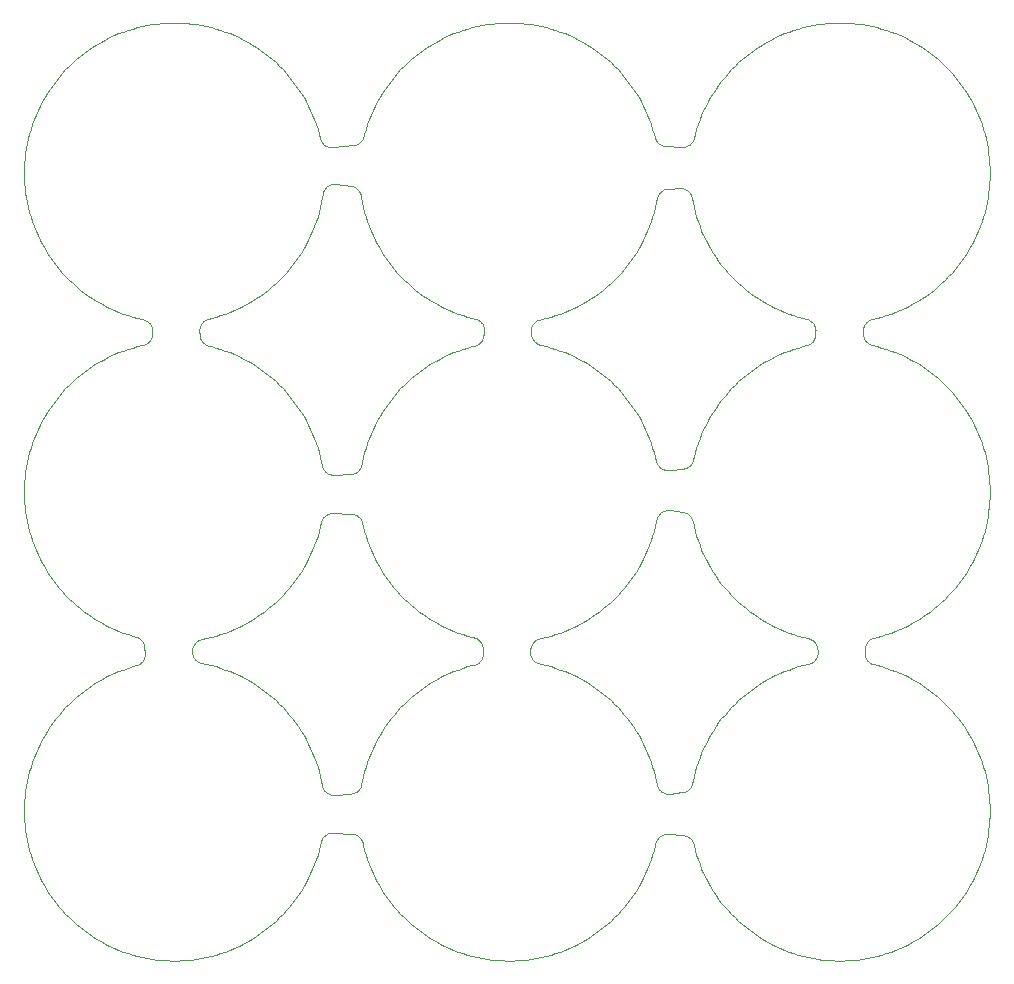
<source format=gko>
%MOIN*%
%OFA0B0*%
%FSLAX44Y44*%
%IPPOS*%
%LPD*%
%ADD10C,0*%
D10*
X00015052Y00029495D02*
X00015052Y00029495D01*
X00015081Y00029487D01*
X00015111Y00029476D01*
X00015139Y00029463D01*
X00015166Y00029448D01*
X00015192Y00029431D01*
X00015216Y00029412D01*
X00015239Y00029391D01*
X00015260Y00029368D01*
X00015279Y00029344D01*
X00015296Y00029318D01*
X00015312Y00029291D01*
X00015325Y00029263D01*
X00015335Y00029234D01*
X00015344Y00029204D01*
X00015350Y00029174D01*
X00015354Y00029143D01*
X00015355Y00029112D01*
X00015354Y00029081D01*
X00015350Y00029050D01*
X00015344Y00029020D01*
X00015313Y00028890D01*
X00015307Y00028869D01*
X00015300Y00028848D01*
X00015292Y00028828D01*
X00015283Y00028808D01*
X00015273Y00028789D01*
X00015262Y00028770D01*
X00015250Y00028752D01*
X00015237Y00028735D01*
X00015223Y00028718D01*
X00015208Y00028703D01*
X00015192Y00028688D01*
X00015175Y00028674D01*
X00015158Y00028661D01*
X00015140Y00028649D01*
X00015121Y00028638D01*
X00015102Y00028628D01*
X00015082Y00028619D01*
X00015062Y00028611D01*
X00015041Y00028604D01*
X00015020Y00028598D01*
X00014953Y00028583D01*
X00014793Y00028539D01*
X00014635Y00028491D01*
X00014479Y00028437D01*
X00014324Y00028378D01*
X00014172Y00028314D01*
X00014021Y00028245D01*
X00013873Y00028172D01*
X00013728Y00028093D01*
X00013585Y00028009D01*
X00013445Y00027921D01*
X00013308Y00027829D01*
X00013175Y00027731D01*
X00013044Y00027630D01*
X00012917Y00027524D01*
X00012794Y00027414D01*
X00012674Y00027300D01*
X00012558Y00027182D01*
X00012446Y00027061D01*
X00012338Y00026935D01*
X00012234Y00026807D01*
X00012135Y00026674D01*
X00012040Y00026539D01*
X00011950Y00026401D01*
X00011864Y00026259D01*
X00011783Y00026115D01*
X00011706Y00025969D01*
X00011635Y00025819D01*
X00011569Y00025668D01*
X00011507Y00025514D01*
X00011451Y00025359D01*
X00011400Y00025202D01*
X00011354Y00025043D01*
X00011313Y00024883D01*
X00011278Y00024721D01*
X00011264Y00024646D01*
X00011264Y00024646D01*
X00011259Y00024620D01*
X00011251Y00024594D01*
X00011242Y00024569D01*
X00011231Y00024545D01*
X00011219Y00024522D01*
X00011205Y00024499D01*
X00011190Y00024477D01*
X00011173Y00024457D01*
X00011155Y00024438D01*
X00011135Y00024420D01*
X00011115Y00024403D01*
X00011093Y00024388D01*
X00011070Y00024374D01*
X00011047Y00024362D01*
X00011023Y00024351D01*
X00010998Y00024342D01*
X00010972Y00024335D01*
X00010946Y00024329D01*
X00010920Y00024325D01*
X00010894Y00024323D01*
X00010339Y00024300D01*
X00010310Y00024300D01*
X00010282Y00024302D01*
X00010254Y00024305D01*
X00010227Y00024311D01*
X00010200Y00024319D01*
X00010173Y00024329D01*
X00010148Y00024340D01*
X00010123Y00024354D01*
X00010099Y00024369D01*
X00010076Y00024386D01*
X00010055Y00024404D01*
X00010035Y00024424D01*
X00010017Y00024445D01*
X00010000Y00024467D01*
X00009984Y00024491D01*
X00009971Y00024516D01*
X00009959Y00024541D01*
X00009949Y00024568D01*
X00009941Y00024595D01*
X00009935Y00024622D01*
X00009935Y00024622D01*
X00009917Y00024721D01*
X00009881Y00024883D01*
X00009841Y00025043D01*
X00009795Y00025202D01*
X00009744Y00025359D01*
X00009687Y00025514D01*
X00009626Y00025668D01*
X00009560Y00025819D01*
X00009488Y00025969D01*
X00009412Y00026115D01*
X00009331Y00026259D01*
X00009245Y00026401D01*
X00009155Y00026539D01*
X00009060Y00026674D01*
X00008960Y00026807D01*
X00008857Y00026935D01*
X00008749Y00027061D01*
X00008637Y00027182D01*
X00008521Y00027300D01*
X00008401Y00027414D01*
X00008278Y00027524D01*
X00008151Y00027630D01*
X00008020Y00027731D01*
X00007886Y00027829D01*
X00007749Y00027921D01*
X00007610Y00028009D01*
X00007467Y00028093D01*
X00007321Y00028172D01*
X00007173Y00028245D01*
X00007023Y00028314D01*
X00006871Y00028378D01*
X00006716Y00028437D01*
X00006560Y00028491D01*
X00006402Y00028539D01*
X00006242Y00028583D01*
X00006169Y00028600D01*
X00006169Y00028600D01*
X00006145Y00028606D01*
X00006121Y00028614D01*
X00006097Y00028624D01*
X00006075Y00028635D01*
X00006053Y00028648D01*
X00006032Y00028662D01*
X00006011Y00028677D01*
X00005992Y00028694D01*
X00005974Y00028711D01*
X00005957Y00028730D01*
X00005942Y00028750D01*
X00005928Y00028771D01*
X00005915Y00028793D01*
X00005903Y00028815D01*
X00005893Y00028838D01*
X00005885Y00028862D01*
X00005878Y00028887D01*
X00005872Y00028911D01*
X00005868Y00028936D01*
X00005866Y00028961D01*
X00005859Y00029095D01*
X00005858Y00029122D01*
X00005860Y00029150D01*
X00005863Y00029177D01*
X00005868Y00029204D01*
X00005875Y00029230D01*
X00005884Y00029256D01*
X00005895Y00029282D01*
X00005907Y00029306D01*
X00005921Y00029330D01*
X00005937Y00029352D01*
X00005954Y00029374D01*
X00005973Y00029394D01*
X00005993Y00029412D01*
X00006014Y00029430D01*
X00006036Y00029446D01*
X00006060Y00029460D01*
X00006084Y00029472D01*
X00006109Y00029483D01*
X00006135Y00029492D01*
X00006162Y00029500D01*
X00006162Y00029500D01*
X00006242Y00029518D01*
X00006402Y00029562D01*
X00006560Y00029610D01*
X00006716Y00029664D01*
X00006871Y00029723D01*
X00007023Y00029787D01*
X00007173Y00029855D01*
X00007321Y00029929D01*
X00007467Y00030008D01*
X00007610Y00030091D01*
X00007749Y00030180D01*
X00007886Y00030272D01*
X00008020Y00030370D01*
X00008151Y00030471D01*
X00008278Y00030577D01*
X00008401Y00030687D01*
X00008521Y00030801D01*
X00008637Y00030919D01*
X00008749Y00031040D01*
X00008857Y00031166D01*
X00008960Y00031294D01*
X00009060Y00031427D01*
X00009155Y00031562D01*
X00009245Y00031700D01*
X00009331Y00031842D01*
X00009412Y00031986D01*
X00009488Y00032132D01*
X00009560Y00032282D01*
X00009626Y00032433D01*
X00009687Y00032586D01*
X00009744Y00032742D01*
X00009795Y00032899D01*
X00009841Y00033058D01*
X00009881Y00033218D01*
X00009917Y00033380D01*
X00009946Y00033542D01*
X00009963Y00033654D01*
X00009969Y00033684D01*
X00009977Y00033713D01*
X00009987Y00033742D01*
X00009999Y00033770D01*
X00010014Y00033796D01*
X00010030Y00033822D01*
X00010049Y00033846D01*
X00010069Y00033869D01*
X00010091Y00033890D01*
X00010114Y00033909D01*
X00010139Y00033927D01*
X00010165Y00033942D01*
X00010192Y00033955D01*
X00010220Y00033967D01*
X00010249Y00033976D01*
X00010279Y00033983D01*
X00010309Y00033987D01*
X00010339Y00033989D01*
X00010370Y00033989D01*
X00010400Y00033987D01*
X00010898Y00033926D01*
X00010924Y00033923D01*
X00010949Y00033917D01*
X00010973Y00033910D01*
X00010997Y00033901D01*
X00011021Y00033891D01*
X00011044Y00033879D01*
X00011066Y00033866D01*
X00011087Y00033851D01*
X00011107Y00033835D01*
X00011126Y00033818D01*
X00011143Y00033799D01*
X00011160Y00033780D01*
X00011175Y00033759D01*
X00011189Y00033738D01*
X00011201Y00033715D01*
X00011212Y00033692D01*
X00011222Y00033668D01*
X00011230Y00033644D01*
X00011236Y00033619D01*
X00011240Y00033594D01*
X00011248Y00033542D01*
X00011278Y00033380D01*
X00011313Y00033218D01*
X00011354Y00033058D01*
X00011400Y00032899D01*
X00011451Y00032742D01*
X00011507Y00032586D01*
X00011569Y00032433D01*
X00011635Y00032282D01*
X00011706Y00032132D01*
X00011783Y00031986D01*
X00011864Y00031842D01*
X00011950Y00031700D01*
X00012040Y00031562D01*
X00012135Y00031427D01*
X00012234Y00031294D01*
X00012338Y00031166D01*
X00012446Y00031040D01*
X00012558Y00030919D01*
X00012674Y00030801D01*
X00012794Y00030687D01*
X00012917Y00030577D01*
X00013044Y00030471D01*
X00013175Y00030370D01*
X00013308Y00030272D01*
X00013445Y00030180D01*
X00013585Y00030091D01*
X00013728Y00030008D01*
X00013873Y00029929D01*
X00014021Y00029855D01*
X00014172Y00029787D01*
X00014324Y00029723D01*
X00014479Y00029664D01*
X00014635Y00029610D01*
X00014793Y00029562D01*
X00014953Y00029518D01*
X00015052Y00029495D01*
X00026091Y00029491D02*
X00026091Y00029491D01*
X00026117Y00029484D01*
X00026143Y00029475D01*
X00026169Y00029464D01*
X00026193Y00029452D01*
X00026217Y00029437D01*
X00026239Y00029421D01*
X00026260Y00029404D01*
X00026280Y00029385D01*
X00026299Y00029365D01*
X00026316Y00029343D01*
X00026332Y00029320D01*
X00026346Y00029297D01*
X00026358Y00029272D01*
X00026369Y00029247D01*
X00026378Y00029221D01*
X00026385Y00029194D01*
X00026390Y00029167D01*
X00026393Y00029139D01*
X00026394Y00029112D01*
X00026393Y00029084D01*
X00026386Y00028967D01*
X00026384Y00028942D01*
X00026380Y00028917D01*
X00026374Y00028893D01*
X00026367Y00028868D01*
X00026359Y00028845D01*
X00026349Y00028822D01*
X00026337Y00028799D01*
X00026324Y00028778D01*
X00026310Y00028757D01*
X00026294Y00028737D01*
X00026277Y00028719D01*
X00026259Y00028701D01*
X00026240Y00028685D01*
X00026220Y00028669D01*
X00026199Y00028656D01*
X00026177Y00028643D01*
X00026155Y00028632D01*
X00026132Y00028622D01*
X00026108Y00028614D01*
X00026083Y00028608D01*
X00025976Y00028583D01*
X00025817Y00028539D01*
X00025659Y00028491D01*
X00025502Y00028437D01*
X00025348Y00028378D01*
X00025195Y00028314D01*
X00025045Y00028245D01*
X00024897Y00028172D01*
X00024752Y00028093D01*
X00024609Y00028009D01*
X00024469Y00027921D01*
X00024332Y00027829D01*
X00024198Y00027731D01*
X00024068Y00027630D01*
X00023941Y00027524D01*
X00023817Y00027414D01*
X00023697Y00027300D01*
X00023582Y00027182D01*
X00023470Y00027061D01*
X00023362Y00026935D01*
X00023258Y00026807D01*
X00023159Y00026674D01*
X00023064Y00026539D01*
X00022973Y00026401D01*
X00022887Y00026259D01*
X00022806Y00026115D01*
X00022730Y00025969D01*
X00022659Y00025819D01*
X00022592Y00025668D01*
X00022531Y00025514D01*
X00022475Y00025359D01*
X00022423Y00025202D01*
X00022378Y00025043D01*
X00022337Y00024883D01*
X00022321Y00024811D01*
X00022315Y00024787D01*
X00022308Y00024764D01*
X00022299Y00024741D01*
X00022288Y00024718D01*
X00022277Y00024697D01*
X00022263Y00024676D01*
X00022249Y00024655D01*
X00022233Y00024636D01*
X00022217Y00024618D01*
X00022199Y00024601D01*
X00022180Y00024585D01*
X00022160Y00024571D01*
X00022139Y00024557D01*
X00022117Y00024545D01*
X00022095Y00024535D01*
X00022072Y00024525D01*
X00022048Y00024518D01*
X00022024Y00024511D01*
X00022000Y00024507D01*
X00021976Y00024503D01*
X00021496Y00024456D01*
X00021468Y00024454D01*
X00021439Y00024454D01*
X00021410Y00024457D01*
X00021382Y00024461D01*
X00021354Y00024468D01*
X00021327Y00024476D01*
X00021300Y00024487D01*
X00021274Y00024499D01*
X00021250Y00024513D01*
X00021226Y00024529D01*
X00021203Y00024547D01*
X00021182Y00024566D01*
X00021162Y00024587D01*
X00021144Y00024609D01*
X00021128Y00024632D01*
X00021113Y00024657D01*
X00021100Y00024682D01*
X00021089Y00024709D01*
X00021080Y00024736D01*
X00021073Y00024764D01*
X00021047Y00024883D01*
X00021006Y00025043D01*
X00020960Y00025202D01*
X00020909Y00025359D01*
X00020853Y00025514D01*
X00020791Y00025668D01*
X00020725Y00025819D01*
X00020654Y00025969D01*
X00020577Y00026115D01*
X00020496Y00026259D01*
X00020410Y00026401D01*
X00020320Y00026539D01*
X00020225Y00026674D01*
X00020126Y00026807D01*
X00020022Y00026935D01*
X00019914Y00027061D01*
X00019802Y00027182D01*
X00019686Y00027300D01*
X00019566Y00027414D01*
X00019443Y00027524D01*
X00019316Y00027630D01*
X00019185Y00027731D01*
X00019052Y00027829D01*
X00018915Y00027921D01*
X00018775Y00028009D01*
X00018632Y00028093D01*
X00018487Y00028172D01*
X00018339Y00028245D01*
X00018188Y00028314D01*
X00018036Y00028378D01*
X00017881Y00028437D01*
X00017725Y00028491D01*
X00017567Y00028539D01*
X00017407Y00028583D01*
X00017247Y00028620D01*
X00017244Y00028621D01*
X00017224Y00028626D01*
X00017205Y00028631D01*
X00017186Y00028637D01*
X00017167Y00028645D01*
X00017149Y00028653D01*
X00017131Y00028662D01*
X00017114Y00028672D01*
X00017097Y00028683D01*
X00017081Y00028695D01*
X00017065Y00028708D01*
X00017051Y00028721D01*
X00017036Y00028735D01*
X00017023Y00028750D01*
X00017010Y00028766D01*
X00016998Y00028782D01*
X00016987Y00028798D01*
X00016977Y00028816D01*
X00016968Y00028833D01*
X00016959Y00028852D01*
X00016952Y00028870D01*
X00016922Y00028951D01*
X00016912Y00028983D01*
X00016904Y00029016D01*
X00016899Y00029050D01*
X00016897Y00029084D01*
X00016899Y00029118D01*
X00016903Y00029152D01*
X00016910Y00029185D01*
X00016919Y00029218D01*
X00016932Y00029249D01*
X00016947Y00029280D01*
X00016965Y00029309D01*
X00016985Y00029336D01*
X00017008Y00029361D01*
X00017033Y00029385D01*
X00017059Y00029406D01*
X00017087Y00029425D01*
X00017117Y00029441D01*
X00017148Y00029455D01*
X00017181Y00029466D01*
X00017214Y00029474D01*
X00017247Y00029481D01*
X00017407Y00029518D01*
X00017567Y00029562D01*
X00017725Y00029610D01*
X00017881Y00029664D01*
X00018036Y00029723D01*
X00018188Y00029787D01*
X00018339Y00029855D01*
X00018487Y00029929D01*
X00018632Y00030008D01*
X00018775Y00030091D01*
X00018915Y00030180D01*
X00019052Y00030272D01*
X00019185Y00030370D01*
X00019316Y00030471D01*
X00019443Y00030577D01*
X00019566Y00030687D01*
X00019686Y00030801D01*
X00019802Y00030919D01*
X00019914Y00031040D01*
X00020022Y00031166D01*
X00020126Y00031294D01*
X00020225Y00031427D01*
X00020320Y00031562D01*
X00020410Y00031700D01*
X00020496Y00031842D01*
X00020577Y00031986D01*
X00020654Y00032132D01*
X00020725Y00032282D01*
X00020791Y00032433D01*
X00020853Y00032586D01*
X00020909Y00032742D01*
X00020960Y00032899D01*
X00021006Y00033058D01*
X00021047Y00033218D01*
X00021082Y00033380D01*
X00021107Y00033515D01*
X00021112Y00033540D01*
X00021120Y00033565D01*
X00021129Y00033590D01*
X00021139Y00033614D01*
X00021151Y00033637D01*
X00021165Y00033660D01*
X00021180Y00033681D01*
X00021197Y00033702D01*
X00021215Y00033721D01*
X00021234Y00033739D01*
X00021254Y00033756D01*
X00021275Y00033771D01*
X00021298Y00033785D01*
X00021321Y00033797D01*
X00021345Y00033808D01*
X00021370Y00033817D01*
X00021395Y00033824D01*
X00021420Y00033830D01*
X00021446Y00033834D01*
X00021473Y00033836D01*
X00021865Y00033858D01*
X00021893Y00033858D01*
X00021921Y00033857D01*
X00021949Y00033853D01*
X00021977Y00033848D01*
X00022005Y00033840D01*
X00022031Y00033830D01*
X00022057Y00033819D01*
X00022083Y00033806D01*
X00022107Y00033791D01*
X00022130Y00033774D01*
X00022151Y00033755D01*
X00022171Y00033736D01*
X00022190Y00033714D01*
X00022207Y00033692D01*
X00022223Y00033668D01*
X00022237Y00033643D01*
X00022249Y00033617D01*
X00022259Y00033591D01*
X00022267Y00033564D01*
X00022273Y00033536D01*
X00022302Y00033380D01*
X00022337Y00033218D01*
X00022378Y00033058D01*
X00022423Y00032899D01*
X00022475Y00032742D01*
X00022531Y00032586D01*
X00022592Y00032433D01*
X00022659Y00032282D01*
X00022730Y00032132D01*
X00022806Y00031986D01*
X00022887Y00031842D01*
X00022973Y00031700D01*
X00023064Y00031562D01*
X00023159Y00031427D01*
X00023258Y00031294D01*
X00023362Y00031166D01*
X00023470Y00031040D01*
X00023582Y00030919D01*
X00023697Y00030801D01*
X00023817Y00030687D01*
X00023941Y00030577D01*
X00024068Y00030471D01*
X00024198Y00030370D01*
X00024332Y00030272D01*
X00024469Y00030180D01*
X00024609Y00030091D01*
X00024752Y00030008D01*
X00024897Y00029929D01*
X00025045Y00029855D01*
X00025195Y00029787D01*
X00025348Y00029723D01*
X00025502Y00029664D01*
X00025659Y00029610D01*
X00025817Y00029562D01*
X00025976Y00029518D01*
X00026091Y00029491D01*
X00017194Y00018001D02*
X00017194Y00018001D01*
X00017165Y00018008D01*
X00017137Y00018017D01*
X00017109Y00018029D01*
X00017083Y00018042D01*
X00017057Y00018057D01*
X00017033Y00018074D01*
X00017009Y00018094D01*
X00016988Y00018114D01*
X00016968Y00018137D01*
X00016950Y00018160D01*
X00016934Y00018185D01*
X00016919Y00018212D01*
X00016907Y00018239D01*
X00016897Y00018267D01*
X00016889Y00018296D01*
X00016883Y00018325D01*
X00016880Y00018355D01*
X00016878Y00018385D01*
X00016879Y00018414D01*
X00016882Y00018444D01*
X00016893Y00018513D01*
X00016897Y00018537D01*
X00016903Y00018561D01*
X00016910Y00018584D01*
X00016918Y00018606D01*
X00016928Y00018628D01*
X00016939Y00018650D01*
X00016952Y00018670D01*
X00016965Y00018690D01*
X00016980Y00018709D01*
X00016996Y00018727D01*
X00017014Y00018744D01*
X00017032Y00018760D01*
X00017051Y00018775D01*
X00017071Y00018788D01*
X00017092Y00018801D01*
X00017113Y00018812D01*
X00017135Y00018821D01*
X00017158Y00018830D01*
X00017181Y00018837D01*
X00017205Y00018842D01*
X00017247Y00018851D01*
X00017407Y00018889D01*
X00017567Y00018932D01*
X00017725Y00018980D01*
X00017881Y00019034D01*
X00018036Y00019093D01*
X00018188Y00019157D01*
X00018339Y00019226D01*
X00018487Y00019299D01*
X00018632Y00019378D01*
X00018775Y00019462D01*
X00018915Y00019550D01*
X00019052Y00019642D01*
X00019185Y00019740D01*
X00019316Y00019841D01*
X00019443Y00019947D01*
X00019566Y00020057D01*
X00019686Y00020171D01*
X00019802Y00020289D01*
X00019914Y00020410D01*
X00020022Y00020536D01*
X00020126Y00020664D01*
X00020225Y00020797D01*
X00020320Y00020932D01*
X00020410Y00021070D01*
X00020496Y00021212D01*
X00020577Y00021356D01*
X00020654Y00021502D01*
X00020725Y00021652D01*
X00020791Y00021803D01*
X00020853Y00021957D01*
X00020909Y00022112D01*
X00020960Y00022269D01*
X00021006Y00022428D01*
X00021047Y00022588D01*
X00021082Y00022750D01*
X00021090Y00022796D01*
X00021097Y00022826D01*
X00021106Y00022854D01*
X00021117Y00022882D01*
X00021130Y00022909D01*
X00021145Y00022935D01*
X00021162Y00022960D01*
X00021180Y00022983D01*
X00021201Y00023005D01*
X00021223Y00023025D01*
X00021247Y00023044D01*
X00021272Y00023061D01*
X00021298Y00023075D01*
X00021325Y00023088D01*
X00021353Y00023099D01*
X00021382Y00023107D01*
X00021411Y00023113D01*
X00021441Y00023117D01*
X00021471Y00023119D01*
X00021501Y00023118D01*
X00021530Y00023115D01*
X00021970Y00023056D01*
X00021994Y00023052D01*
X00022017Y00023046D01*
X00022040Y00023040D01*
X00022063Y00023031D01*
X00022085Y00023022D01*
X00022106Y00023011D01*
X00022127Y00022999D01*
X00022147Y00022985D01*
X00022166Y00022971D01*
X00022184Y00022955D01*
X00022201Y00022938D01*
X00022217Y00022920D01*
X00022232Y00022901D01*
X00022246Y00022882D01*
X00022259Y00022861D01*
X00022270Y00022840D01*
X00022280Y00022818D01*
X00022289Y00022796D01*
X00022296Y00022773D01*
X00022302Y00022750D01*
X00022337Y00022588D01*
X00022378Y00022428D01*
X00022423Y00022269D01*
X00022475Y00022112D01*
X00022531Y00021957D01*
X00022592Y00021803D01*
X00022659Y00021652D01*
X00022730Y00021502D01*
X00022806Y00021356D01*
X00022887Y00021212D01*
X00022973Y00021070D01*
X00023064Y00020932D01*
X00023159Y00020797D01*
X00023258Y00020664D01*
X00023362Y00020536D01*
X00023470Y00020410D01*
X00023582Y00020289D01*
X00023697Y00020171D01*
X00023817Y00020057D01*
X00023941Y00019947D01*
X00024068Y00019841D01*
X00024198Y00019740D01*
X00024332Y00019642D01*
X00024469Y00019550D01*
X00024609Y00019462D01*
X00024752Y00019378D01*
X00024897Y00019299D01*
X00025045Y00019226D01*
X00025195Y00019157D01*
X00025348Y00019093D01*
X00025502Y00019034D01*
X00025659Y00018980D01*
X00025817Y00018932D01*
X00025976Y00018889D01*
X00026137Y00018851D01*
X00026141Y00018850D01*
X00026165Y00018844D01*
X00026188Y00018837D01*
X00026211Y00018829D01*
X00026234Y00018819D01*
X00026256Y00018807D01*
X00026277Y00018795D01*
X00026297Y00018781D01*
X00026316Y00018765D01*
X00026335Y00018749D01*
X00026352Y00018731D01*
X00026368Y00018713D01*
X00026383Y00018693D01*
X00026397Y00018673D01*
X00026409Y00018652D01*
X00026420Y00018630D01*
X00026430Y00018607D01*
X00026438Y00018584D01*
X00026445Y00018560D01*
X00026450Y00018536D01*
X00026454Y00018512D01*
X00026464Y00018427D01*
X00026467Y00018398D01*
X00026467Y00018368D01*
X00026465Y00018339D01*
X00026461Y00018310D01*
X00026455Y00018281D01*
X00026446Y00018253D01*
X00026436Y00018226D01*
X00026423Y00018199D01*
X00026409Y00018173D01*
X00026393Y00018149D01*
X00026374Y00018126D01*
X00026355Y00018104D01*
X00026333Y00018084D01*
X00026311Y00018065D01*
X00026286Y00018048D01*
X00026261Y00018033D01*
X00026235Y00018020D01*
X00026208Y00018009D01*
X00026180Y00018000D01*
X00026151Y00017993D01*
X00026137Y00017991D01*
X00025976Y00017953D01*
X00025817Y00017909D01*
X00025659Y00017861D01*
X00025502Y00017807D01*
X00025348Y00017748D01*
X00025195Y00017684D01*
X00025045Y00017616D01*
X00024897Y00017542D01*
X00024752Y00017463D01*
X00024609Y00017380D01*
X00024469Y00017291D01*
X00024332Y00017199D01*
X00024198Y00017102D01*
X00024068Y00017000D01*
X00023941Y00016894D01*
X00023817Y00016784D01*
X00023697Y00016670D01*
X00023582Y00016552D01*
X00023470Y00016431D01*
X00023362Y00016305D01*
X00023258Y00016177D01*
X00023159Y00016045D01*
X00023064Y00015909D01*
X00022973Y00015771D01*
X00022887Y00015629D01*
X00022806Y00015485D01*
X00022730Y00015339D01*
X00022659Y00015190D01*
X00022592Y00015038D01*
X00022531Y00014885D01*
X00022475Y00014729D01*
X00022423Y00014572D01*
X00022378Y00014413D01*
X00022337Y00014253D01*
X00022302Y00014091D01*
X00022291Y00014030D01*
X00022285Y00014006D01*
X00022278Y00013981D01*
X00022270Y00013958D01*
X00022260Y00013935D01*
X00022249Y00013912D01*
X00022236Y00013890D01*
X00022222Y00013870D01*
X00022206Y00013850D01*
X00022189Y00013831D01*
X00022171Y00013813D01*
X00022153Y00013797D01*
X00022133Y00013781D01*
X00022112Y00013767D01*
X00022090Y00013755D01*
X00022067Y00013743D01*
X00022044Y00013734D01*
X00022020Y00013725D01*
X00021996Y00013719D01*
X00021971Y00013714D01*
X00021946Y00013710D01*
X00021532Y00013664D01*
X00021502Y00013662D01*
X00021473Y00013662D01*
X00021444Y00013665D01*
X00021414Y00013669D01*
X00021386Y00013676D01*
X00021358Y00013685D01*
X00021330Y00013695D01*
X00021304Y00013708D01*
X00021278Y00013723D01*
X00021254Y00013740D01*
X00021231Y00013758D01*
X00021209Y00013778D01*
X00021189Y00013800D01*
X00021171Y00013823D01*
X00021154Y00013848D01*
X00021140Y00013873D01*
X00021127Y00013900D01*
X00021117Y00013927D01*
X00021108Y00013956D01*
X00021102Y00013984D01*
X00021082Y00014091D01*
X00021047Y00014253D01*
X00021006Y00014413D01*
X00020960Y00014572D01*
X00020909Y00014729D01*
X00020853Y00014885D01*
X00020791Y00015038D01*
X00020725Y00015190D01*
X00020654Y00015339D01*
X00020577Y00015485D01*
X00020496Y00015629D01*
X00020410Y00015771D01*
X00020320Y00015909D01*
X00020225Y00016045D01*
X00020126Y00016177D01*
X00020022Y00016305D01*
X00019914Y00016431D01*
X00019802Y00016552D01*
X00019686Y00016670D01*
X00019566Y00016784D01*
X00019443Y00016894D01*
X00019316Y00017000D01*
X00019185Y00017102D01*
X00019052Y00017199D01*
X00018915Y00017291D01*
X00018775Y00017380D01*
X00018632Y00017463D01*
X00018487Y00017542D01*
X00018339Y00017616D01*
X00018188Y00017684D01*
X00018036Y00017748D01*
X00017881Y00017807D01*
X00017725Y00017861D01*
X00017567Y00017909D01*
X00017407Y00017953D01*
X00017247Y00017991D01*
X00017194Y00018001D01*
X00005924Y00018022D02*
X00005924Y00018022D01*
X00005891Y00018030D01*
X00005859Y00018041D01*
X00005828Y00018055D01*
X00005798Y00018071D01*
X00005770Y00018090D01*
X00005744Y00018111D01*
X00005719Y00018134D01*
X00005697Y00018159D01*
X00005676Y00018186D01*
X00005658Y00018215D01*
X00005643Y00018245D01*
X00005630Y00018276D01*
X00005620Y00018308D01*
X00005613Y00018342D01*
X00005609Y00018375D01*
X00005608Y00018409D01*
X00005609Y00018443D01*
X00005614Y00018476D01*
X00005621Y00018509D01*
X00005631Y00018541D01*
X00005640Y00018568D01*
X00005648Y00018587D01*
X00005656Y00018605D01*
X00005665Y00018623D01*
X00005675Y00018641D01*
X00005686Y00018658D01*
X00005698Y00018674D01*
X00005711Y00018690D01*
X00005724Y00018705D01*
X00005739Y00018719D01*
X00005754Y00018733D01*
X00005769Y00018746D01*
X00005786Y00018758D01*
X00005802Y00018769D01*
X00005820Y00018779D01*
X00005838Y00018789D01*
X00005856Y00018797D01*
X00005875Y00018804D01*
X00005894Y00018811D01*
X00005914Y00018816D01*
X00005933Y00018821D01*
X00006081Y00018851D01*
X00006242Y00018889D01*
X00006402Y00018932D01*
X00006560Y00018980D01*
X00006716Y00019034D01*
X00006871Y00019093D01*
X00007023Y00019157D01*
X00007173Y00019226D01*
X00007321Y00019299D01*
X00007467Y00019378D01*
X00007610Y00019462D01*
X00007749Y00019550D01*
X00007886Y00019642D01*
X00008020Y00019740D01*
X00008151Y00019841D01*
X00008278Y00019947D01*
X00008401Y00020057D01*
X00008521Y00020171D01*
X00008637Y00020289D01*
X00008749Y00020410D01*
X00008857Y00020536D01*
X00008960Y00020664D01*
X00009060Y00020797D01*
X00009155Y00020932D01*
X00009245Y00021070D01*
X00009331Y00021212D01*
X00009412Y00021356D01*
X00009488Y00021502D01*
X00009560Y00021652D01*
X00009626Y00021803D01*
X00009687Y00021957D01*
X00009744Y00022112D01*
X00009795Y00022269D01*
X00009841Y00022428D01*
X00009881Y00022588D01*
X00009908Y00022713D01*
X00009915Y00022739D01*
X00009924Y00022765D01*
X00009934Y00022791D01*
X00009946Y00022815D01*
X00009960Y00022839D01*
X00009976Y00022862D01*
X00009993Y00022883D01*
X00010011Y00022904D01*
X00010031Y00022922D01*
X00010052Y00022940D01*
X00010074Y00022956D01*
X00010098Y00022970D01*
X00010122Y00022983D01*
X00010147Y00022994D01*
X00010173Y00023004D01*
X00010200Y00023011D01*
X00010226Y00023017D01*
X00010254Y00023020D01*
X00010281Y00023022D01*
X00010308Y00023022D01*
X00010922Y00022998D01*
X00010948Y00022996D01*
X00010974Y00022992D01*
X00010999Y00022987D01*
X00011024Y00022980D01*
X00011049Y00022972D01*
X00011073Y00022962D01*
X00011096Y00022950D01*
X00011118Y00022937D01*
X00011139Y00022922D01*
X00011160Y00022906D01*
X00011179Y00022889D01*
X00011197Y00022870D01*
X00011214Y00022851D01*
X00011230Y00022830D01*
X00011244Y00022808D01*
X00011256Y00022786D01*
X00011268Y00022762D01*
X00011277Y00022738D01*
X00011285Y00022714D01*
X00011292Y00022688D01*
X00011313Y00022588D01*
X00011354Y00022428D01*
X00011400Y00022269D01*
X00011451Y00022112D01*
X00011507Y00021957D01*
X00011569Y00021803D01*
X00011635Y00021652D01*
X00011706Y00021502D01*
X00011783Y00021356D01*
X00011864Y00021212D01*
X00011950Y00021070D01*
X00012040Y00020932D01*
X00012135Y00020797D01*
X00012234Y00020664D01*
X00012338Y00020536D01*
X00012446Y00020410D01*
X00012558Y00020289D01*
X00012674Y00020171D01*
X00012794Y00020057D01*
X00012917Y00019947D01*
X00013044Y00019841D01*
X00013175Y00019740D01*
X00013308Y00019642D01*
X00013445Y00019550D01*
X00013585Y00019462D01*
X00013728Y00019378D01*
X00013873Y00019299D01*
X00014021Y00019226D01*
X00014172Y00019157D01*
X00014324Y00019093D01*
X00014479Y00019034D01*
X00014635Y00018980D01*
X00014793Y00018932D01*
X00014953Y00018889D01*
X00015001Y00018877D01*
X00015025Y00018871D01*
X00015048Y00018863D01*
X00015071Y00018853D01*
X00015094Y00018842D01*
X00015115Y00018830D01*
X00015136Y00018817D01*
X00015156Y00018802D01*
X00015175Y00018786D01*
X00015193Y00018768D01*
X00015210Y00018750D01*
X00015225Y00018730D01*
X00015239Y00018710D01*
X00015252Y00018689D01*
X00015264Y00018667D01*
X00015274Y00018644D01*
X00015283Y00018621D01*
X00015290Y00018597D01*
X00015296Y00018573D01*
X00015300Y00018548D01*
X00015303Y00018524D01*
X00015314Y00018379D01*
X00015315Y00018352D01*
X00015314Y00018324D01*
X00015311Y00018296D01*
X00015307Y00018269D01*
X00015300Y00018242D01*
X00015291Y00018215D01*
X00015281Y00018189D01*
X00015269Y00018164D01*
X00015255Y00018140D01*
X00015239Y00018117D01*
X00015222Y00018095D01*
X00015203Y00018075D01*
X00015183Y00018055D01*
X00015161Y00018038D01*
X00015139Y00018022D01*
X00015115Y00018007D01*
X00015090Y00017994D01*
X00015065Y00017983D01*
X00015038Y00017974D01*
X00015012Y00017967D01*
X00014953Y00017953D01*
X00014793Y00017909D01*
X00014635Y00017861D01*
X00014479Y00017807D01*
X00014324Y00017748D01*
X00014172Y00017684D01*
X00014021Y00017616D01*
X00013873Y00017542D01*
X00013728Y00017463D01*
X00013585Y00017380D01*
X00013445Y00017291D01*
X00013308Y00017199D01*
X00013175Y00017102D01*
X00013044Y00017000D01*
X00012917Y00016894D01*
X00012794Y00016784D01*
X00012674Y00016670D01*
X00012558Y00016552D01*
X00012446Y00016431D01*
X00012338Y00016305D01*
X00012234Y00016177D01*
X00012135Y00016045D01*
X00012040Y00015909D01*
X00011950Y00015771D01*
X00011864Y00015629D01*
X00011783Y00015485D01*
X00011706Y00015339D01*
X00011635Y00015190D01*
X00011569Y00015038D01*
X00011507Y00014885D01*
X00011451Y00014729D01*
X00011400Y00014572D01*
X00011354Y00014413D01*
X00011313Y00014253D01*
X00011278Y00014091D01*
X00011260Y00013991D01*
X00011260Y00013991D01*
X00011254Y00013965D01*
X00011247Y00013940D01*
X00011238Y00013916D01*
X00011228Y00013892D01*
X00011216Y00013869D01*
X00011202Y00013847D01*
X00011187Y00013826D01*
X00011171Y00013805D01*
X00011154Y00013786D01*
X00011135Y00013768D01*
X00011115Y00013752D01*
X00011094Y00013736D01*
X00011072Y00013722D01*
X00011049Y00013710D01*
X00011026Y00013699D01*
X00011002Y00013690D01*
X00010977Y00013682D01*
X00010952Y00013676D01*
X00010926Y00013672D01*
X00010900Y00013669D01*
X00010357Y00013631D01*
X00010328Y00013630D01*
X00010300Y00013631D01*
X00010271Y00013634D01*
X00010243Y00013639D01*
X00010215Y00013647D01*
X00010188Y00013656D01*
X00010162Y00013667D01*
X00010136Y00013680D01*
X00010112Y00013695D01*
X00010088Y00013712D01*
X00010066Y00013731D01*
X00010046Y00013751D01*
X00010026Y00013772D01*
X00010009Y00013795D01*
X00009993Y00013819D01*
X00009979Y00013844D01*
X00009967Y00013870D01*
X00009957Y00013897D01*
X00009948Y00013924D01*
X00009942Y00013952D01*
X00009942Y00013952D01*
X00009917Y00014091D01*
X00009881Y00014253D01*
X00009841Y00014413D01*
X00009795Y00014572D01*
X00009744Y00014729D01*
X00009687Y00014885D01*
X00009626Y00015038D01*
X00009560Y00015190D01*
X00009488Y00015339D01*
X00009412Y00015485D01*
X00009331Y00015629D01*
X00009245Y00015771D01*
X00009155Y00015909D01*
X00009060Y00016045D01*
X00008960Y00016177D01*
X00008857Y00016305D01*
X00008749Y00016431D01*
X00008637Y00016552D01*
X00008521Y00016670D01*
X00008401Y00016784D01*
X00008278Y00016894D01*
X00008151Y00017000D01*
X00008020Y00017102D01*
X00007886Y00017199D01*
X00007749Y00017291D01*
X00007610Y00017380D01*
X00007467Y00017463D01*
X00007321Y00017542D01*
X00007173Y00017616D01*
X00007023Y00017684D01*
X00006871Y00017748D01*
X00006716Y00017807D01*
X00006560Y00017861D01*
X00006402Y00017909D01*
X00006242Y00017953D01*
X00006081Y00017991D01*
X00005924Y00018022D01*
X00003733Y00018903D02*
X00003733Y00018903D01*
X00003756Y00018896D01*
X00003779Y00018887D01*
X00003802Y00018877D01*
X00003824Y00018866D01*
X00003845Y00018853D01*
X00003865Y00018839D01*
X00003884Y00018824D01*
X00003902Y00018807D01*
X00003920Y00018790D01*
X00003936Y00018771D01*
X00003951Y00018752D01*
X00003964Y00018731D01*
X00003977Y00018710D01*
X00003987Y00018688D01*
X00003997Y00018665D01*
X00004005Y00018642D01*
X00004012Y00018618D01*
X00004017Y00018594D01*
X00004021Y00018570D01*
X00004023Y00018545D01*
X00004034Y00018343D01*
X00004035Y00018316D01*
X00004034Y00018290D01*
X00004031Y00018263D01*
X00004026Y00018237D01*
X00004019Y00018211D01*
X00004011Y00018185D01*
X00004001Y00018160D01*
X00003989Y00018136D01*
X00003975Y00018113D01*
X00003961Y00018091D01*
X00003944Y00018069D01*
X00003926Y00018049D01*
X00003907Y00018031D01*
X00003887Y00018013D01*
X00003865Y00017997D01*
X00003843Y00017983D01*
X00003819Y00017970D01*
X00003795Y00017958D01*
X00003770Y00017949D01*
X00003744Y00017941D01*
X00003628Y00017909D01*
X00003470Y00017861D01*
X00003313Y00017807D01*
X00003159Y00017748D01*
X00003006Y00017684D01*
X00002856Y00017616D01*
X00002708Y00017542D01*
X00002563Y00017463D01*
X00002420Y00017380D01*
X00002280Y00017291D01*
X00002143Y00017199D01*
X00002009Y00017102D01*
X00001879Y00017000D01*
X00001752Y00016894D01*
X00001628Y00016784D01*
X00001508Y00016670D01*
X00001393Y00016552D01*
X00001281Y00016431D01*
X00001173Y00016305D01*
X00001069Y00016177D01*
X00000970Y00016045D01*
X00000875Y00015909D01*
X00000784Y00015771D01*
X00000698Y00015629D01*
X00000617Y00015485D01*
X00000541Y00015339D01*
X00000470Y00015190D01*
X00000403Y00015038D01*
X00000342Y00014885D01*
X00000286Y00014729D01*
X00000234Y00014572D01*
X00000189Y00014413D01*
X00000148Y00014253D01*
X00000113Y00014091D01*
X00000083Y00013929D01*
X00000058Y00013765D01*
X00000039Y00013601D01*
X00000026Y00013436D01*
X00000017Y00013271D01*
X00000015Y00013106D01*
X00000017Y00012940D01*
X00000026Y00012775D01*
X00000039Y00012610D01*
X00000058Y00012446D01*
X00000083Y00012283D01*
X00000113Y00012120D01*
X00000148Y00011958D01*
X00000189Y00011798D01*
X00000234Y00011639D01*
X00000286Y00011482D01*
X00000342Y00011327D01*
X00000403Y00011173D01*
X00000470Y00011022D01*
X00000541Y00010873D01*
X00000617Y00010726D01*
X00000698Y00010582D01*
X00000784Y00010440D01*
X00000875Y00010302D01*
X00000970Y00010167D01*
X00001069Y00010035D01*
X00001173Y00009906D01*
X00001281Y00009780D01*
X00001393Y00009659D01*
X00001508Y00009541D01*
X00001628Y00009427D01*
X00001752Y00009317D01*
X00001879Y00009211D01*
X00002009Y00009110D01*
X00002143Y00009012D01*
X00002280Y00008920D01*
X00002420Y00008832D01*
X00002563Y00008748D01*
X00002708Y00008669D01*
X00002856Y00008596D01*
X00003006Y00008527D01*
X00003159Y00008463D01*
X00003313Y00008404D01*
X00003470Y00008350D01*
X00003628Y00008302D01*
X00003787Y00008259D01*
X00003948Y00008221D01*
X00004110Y00008188D01*
X00004273Y00008161D01*
X00004437Y00008139D01*
X00004602Y00008123D01*
X00004767Y00008112D01*
X00004932Y00008106D01*
X00005097Y00008106D01*
X00005263Y00008112D01*
X00005428Y00008123D01*
X00005592Y00008139D01*
X00005756Y00008161D01*
X00005919Y00008188D01*
X00006081Y00008221D01*
X00006242Y00008259D01*
X00006402Y00008302D01*
X00006560Y00008350D01*
X00006716Y00008404D01*
X00006871Y00008463D01*
X00007023Y00008527D01*
X00007173Y00008596D01*
X00007321Y00008669D01*
X00007467Y00008748D01*
X00007610Y00008832D01*
X00007749Y00008920D01*
X00007886Y00009012D01*
X00008020Y00009110D01*
X00008151Y00009211D01*
X00008278Y00009317D01*
X00008401Y00009427D01*
X00008521Y00009541D01*
X00008637Y00009659D01*
X00008749Y00009780D01*
X00008857Y00009906D01*
X00008960Y00010035D01*
X00009060Y00010167D01*
X00009155Y00010302D01*
X00009245Y00010440D01*
X00009331Y00010582D01*
X00009412Y00010726D01*
X00009488Y00010873D01*
X00009560Y00011022D01*
X00009626Y00011173D01*
X00009687Y00011327D01*
X00009744Y00011482D01*
X00009795Y00011639D01*
X00009841Y00011798D01*
X00009881Y00011958D01*
X00009903Y00012060D01*
X00009910Y00012087D01*
X00009919Y00012114D01*
X00009930Y00012139D01*
X00009942Y00012164D01*
X00009957Y00012188D01*
X00009973Y00012211D01*
X00009990Y00012233D01*
X00010009Y00012254D01*
X00010029Y00012273D01*
X00010051Y00012290D01*
X00010074Y00012306D01*
X00010098Y00012321D01*
X00010123Y00012333D01*
X00010149Y00012344D01*
X00010175Y00012353D01*
X00010202Y00012360D01*
X00010230Y00012365D01*
X00010258Y00012369D01*
X00010286Y00012370D01*
X00010314Y00012369D01*
X00010941Y00012328D01*
X00010966Y00012326D01*
X00010991Y00012322D01*
X00011016Y00012316D01*
X00011040Y00012309D01*
X00011064Y00012300D01*
X00011087Y00012290D01*
X00011110Y00012278D01*
X00011132Y00012265D01*
X00011152Y00012250D01*
X00011172Y00012234D01*
X00011191Y00012217D01*
X00011208Y00012198D01*
X00011225Y00012179D01*
X00011240Y00012158D01*
X00011254Y00012137D01*
X00011266Y00012115D01*
X00011277Y00012092D01*
X00011286Y00012068D01*
X00011294Y00012044D01*
X00011300Y00012019D01*
X00011313Y00011958D01*
X00011354Y00011798D01*
X00011400Y00011639D01*
X00011451Y00011482D01*
X00011507Y00011327D01*
X00011569Y00011173D01*
X00011635Y00011022D01*
X00011706Y00010873D01*
X00011783Y00010726D01*
X00011864Y00010582D01*
X00011950Y00010440D01*
X00012040Y00010302D01*
X00012135Y00010167D01*
X00012234Y00010035D01*
X00012338Y00009906D01*
X00012446Y00009780D01*
X00012558Y00009659D01*
X00012674Y00009541D01*
X00012794Y00009427D01*
X00012917Y00009317D01*
X00013044Y00009211D01*
X00013175Y00009110D01*
X00013308Y00009012D01*
X00013445Y00008920D01*
X00013585Y00008832D01*
X00013728Y00008748D01*
X00013873Y00008669D01*
X00014021Y00008596D01*
X00014172Y00008527D01*
X00014324Y00008463D01*
X00014479Y00008404D01*
X00014635Y00008350D01*
X00014793Y00008302D01*
X00014953Y00008259D01*
X00015114Y00008221D01*
X00015276Y00008188D01*
X00015439Y00008161D01*
X00015603Y00008139D01*
X00015767Y00008123D01*
X00015932Y00008112D01*
X00016097Y00008106D01*
X00016263Y00008106D01*
X00016428Y00008112D01*
X00016593Y00008123D01*
X00016757Y00008139D01*
X00016921Y00008161D01*
X00017084Y00008188D01*
X00017247Y00008221D01*
X00017407Y00008259D01*
X00017567Y00008302D01*
X00017725Y00008350D01*
X00017881Y00008404D01*
X00018036Y00008463D01*
X00018188Y00008527D01*
X00018339Y00008596D01*
X00018487Y00008669D01*
X00018632Y00008748D01*
X00018775Y00008832D01*
X00018915Y00008920D01*
X00019052Y00009012D01*
X00019185Y00009110D01*
X00019316Y00009211D01*
X00019443Y00009317D01*
X00019566Y00009427D01*
X00019686Y00009541D01*
X00019802Y00009659D01*
X00019914Y00009780D01*
X00020022Y00009906D01*
X00020126Y00010035D01*
X00020225Y00010167D01*
X00020320Y00010302D01*
X00020410Y00010440D01*
X00020496Y00010582D01*
X00020577Y00010726D01*
X00020654Y00010873D01*
X00020725Y00011022D01*
X00020791Y00011173D01*
X00020853Y00011327D01*
X00020909Y00011482D01*
X00020960Y00011639D01*
X00021006Y00011798D01*
X00021047Y00011958D01*
X00021060Y00012019D01*
X00021067Y00012047D01*
X00021076Y00012074D01*
X00021087Y00012100D01*
X00021100Y00012125D01*
X00021115Y00012150D01*
X00021131Y00012173D01*
X00021149Y00012195D01*
X00021169Y00012216D01*
X00021190Y00012235D01*
X00021213Y00012253D01*
X00021236Y00012269D01*
X00021261Y00012283D01*
X00021287Y00012296D01*
X00021313Y00012306D01*
X00021341Y00012315D01*
X00021369Y00012321D01*
X00021397Y00012326D01*
X00021425Y00012328D01*
X00021454Y00012328D01*
X00021482Y00012327D01*
X00021988Y00012278D01*
X00022012Y00012275D01*
X00022037Y00012270D01*
X00022061Y00012264D01*
X00022084Y00012256D01*
X00022107Y00012247D01*
X00022130Y00012236D01*
X00022151Y00012224D01*
X00022172Y00012211D01*
X00022192Y00012196D01*
X00022211Y00012180D01*
X00022229Y00012163D01*
X00022246Y00012145D01*
X00022262Y00012126D01*
X00022276Y00012106D01*
X00022290Y00012085D01*
X00022301Y00012063D01*
X00022312Y00012041D01*
X00022321Y00012018D01*
X00022328Y00011994D01*
X00022334Y00011970D01*
X00022337Y00011958D01*
X00022378Y00011798D01*
X00022423Y00011639D01*
X00022475Y00011482D01*
X00022531Y00011327D01*
X00022592Y00011173D01*
X00022659Y00011022D01*
X00022730Y00010873D01*
X00022806Y00010726D01*
X00022887Y00010582D01*
X00022973Y00010440D01*
X00023064Y00010302D01*
X00023159Y00010167D01*
X00023258Y00010035D01*
X00023362Y00009906D01*
X00023470Y00009780D01*
X00023582Y00009659D01*
X00023697Y00009541D01*
X00023817Y00009427D01*
X00023941Y00009317D01*
X00024068Y00009211D01*
X00024198Y00009110D01*
X00024332Y00009012D01*
X00024469Y00008920D01*
X00024609Y00008832D01*
X00024752Y00008748D01*
X00024897Y00008669D01*
X00025045Y00008596D01*
X00025195Y00008527D01*
X00025348Y00008463D01*
X00025502Y00008404D01*
X00025659Y00008350D01*
X00025817Y00008302D01*
X00025976Y00008259D01*
X00026137Y00008221D01*
X00026299Y00008188D01*
X00026462Y00008161D01*
X00026626Y00008139D01*
X00026791Y00008123D01*
X00026956Y00008112D01*
X00027121Y00008106D01*
X00027286Y00008106D01*
X00027452Y00008112D01*
X00027617Y00008123D01*
X00027781Y00008139D01*
X00027945Y00008161D01*
X00028108Y00008188D01*
X00028270Y00008221D01*
X00028431Y00008259D01*
X00028591Y00008302D01*
X00028749Y00008350D01*
X00028905Y00008404D01*
X00029060Y00008463D01*
X00029212Y00008527D01*
X00029362Y00008596D01*
X00029510Y00008669D01*
X00029656Y00008748D01*
X00029798Y00008832D01*
X00029938Y00008920D01*
X00030075Y00009012D01*
X00030209Y00009110D01*
X00030340Y00009211D01*
X00030467Y00009317D01*
X00030590Y00009427D01*
X00030710Y00009541D01*
X00030826Y00009659D01*
X00030938Y00009780D01*
X00031046Y00009906D01*
X00031149Y00010035D01*
X00031249Y00010167D01*
X00031344Y00010302D01*
X00031434Y00010440D01*
X00031520Y00010582D01*
X00031601Y00010726D01*
X00031677Y00010873D01*
X00031749Y00011022D01*
X00031815Y00011173D01*
X00031876Y00011327D01*
X00031933Y00011482D01*
X00031984Y00011639D01*
X00032030Y00011798D01*
X00032070Y00011958D01*
X00032106Y00012120D01*
X00032135Y00012283D01*
X00032160Y00012446D01*
X00032179Y00012610D01*
X00032193Y00012775D01*
X00032201Y00012940D01*
X00032204Y00013106D01*
X00032201Y00013271D01*
X00032193Y00013436D01*
X00032179Y00013601D01*
X00032160Y00013765D01*
X00032135Y00013929D01*
X00032106Y00014091D01*
X00032070Y00014253D01*
X00032030Y00014413D01*
X00031984Y00014572D01*
X00031933Y00014729D01*
X00031876Y00014885D01*
X00031815Y00015038D01*
X00031749Y00015190D01*
X00031677Y00015339D01*
X00031601Y00015485D01*
X00031520Y00015629D01*
X00031434Y00015771D01*
X00031344Y00015909D01*
X00031249Y00016045D01*
X00031149Y00016177D01*
X00031046Y00016305D01*
X00030938Y00016431D01*
X00030826Y00016552D01*
X00030710Y00016670D01*
X00030590Y00016784D01*
X00030467Y00016894D01*
X00030340Y00017000D01*
X00030209Y00017102D01*
X00030075Y00017199D01*
X00029938Y00017291D01*
X00029798Y00017380D01*
X00029656Y00017463D01*
X00029510Y00017542D01*
X00029362Y00017616D01*
X00029212Y00017684D01*
X00029060Y00017748D01*
X00028905Y00017807D01*
X00028749Y00017861D01*
X00028591Y00017909D01*
X00028431Y00017953D01*
X00028334Y00017975D01*
X00028307Y00017983D01*
X00028281Y00017992D01*
X00028255Y00018003D01*
X00028230Y00018016D01*
X00028207Y00018031D01*
X00028184Y00018047D01*
X00028162Y00018065D01*
X00028142Y00018085D01*
X00028123Y00018105D01*
X00028106Y00018127D01*
X00028090Y00018151D01*
X00028077Y00018175D01*
X00028064Y00018200D01*
X00028054Y00018226D01*
X00028046Y00018253D01*
X00028039Y00018280D01*
X00028034Y00018308D01*
X00028032Y00018336D01*
X00028031Y00018364D01*
X00028033Y00018392D01*
X00028043Y00018518D01*
X00028046Y00018543D01*
X00028050Y00018567D01*
X00028056Y00018591D01*
X00028064Y00018615D01*
X00028073Y00018638D01*
X00028083Y00018660D01*
X00028095Y00018682D01*
X00028108Y00018703D01*
X00028122Y00018723D01*
X00028137Y00018742D01*
X00028154Y00018760D01*
X00028172Y00018778D01*
X00028191Y00018793D01*
X00028211Y00018808D01*
X00028231Y00018822D01*
X00028253Y00018834D01*
X00028275Y00018845D01*
X00028298Y00018854D01*
X00028321Y00018862D01*
X00028345Y00018868D01*
X00028431Y00018889D01*
X00028591Y00018932D01*
X00028749Y00018980D01*
X00028905Y00019034D01*
X00029060Y00019093D01*
X00029212Y00019157D01*
X00029362Y00019226D01*
X00029510Y00019299D01*
X00029656Y00019378D01*
X00029798Y00019462D01*
X00029938Y00019550D01*
X00030075Y00019642D01*
X00030209Y00019740D01*
X00030340Y00019841D01*
X00030467Y00019947D01*
X00030590Y00020057D01*
X00030710Y00020171D01*
X00030826Y00020289D01*
X00030938Y00020410D01*
X00031046Y00020536D01*
X00031149Y00020664D01*
X00031249Y00020797D01*
X00031344Y00020932D01*
X00031434Y00021070D01*
X00031520Y00021212D01*
X00031601Y00021356D01*
X00031677Y00021502D01*
X00031749Y00021652D01*
X00031815Y00021803D01*
X00031876Y00021957D01*
X00031933Y00022112D01*
X00031984Y00022269D01*
X00032030Y00022428D01*
X00032070Y00022588D01*
X00032106Y00022750D01*
X00032135Y00022913D01*
X00032160Y00023076D01*
X00032179Y00023240D01*
X00032193Y00023405D01*
X00032201Y00023570D01*
X00032204Y00023736D01*
X00032201Y00023901D01*
X00032193Y00024066D01*
X00032179Y00024231D01*
X00032160Y00024395D01*
X00032135Y00024558D01*
X00032106Y00024721D01*
X00032070Y00024883D01*
X00032030Y00025043D01*
X00031984Y00025202D01*
X00031933Y00025359D01*
X00031876Y00025514D01*
X00031815Y00025668D01*
X00031749Y00025819D01*
X00031677Y00025969D01*
X00031601Y00026115D01*
X00031520Y00026259D01*
X00031434Y00026401D01*
X00031344Y00026539D01*
X00031249Y00026674D01*
X00031149Y00026807D01*
X00031046Y00026935D01*
X00030938Y00027061D01*
X00030826Y00027182D01*
X00030710Y00027300D01*
X00030590Y00027414D01*
X00030467Y00027524D01*
X00030340Y00027630D01*
X00030209Y00027731D01*
X00030075Y00027829D01*
X00029938Y00027921D01*
X00029798Y00028009D01*
X00029656Y00028093D01*
X00029510Y00028172D01*
X00029362Y00028245D01*
X00029212Y00028314D01*
X00029060Y00028378D01*
X00028905Y00028437D01*
X00028749Y00028491D01*
X00028591Y00028539D01*
X00028431Y00028583D01*
X00028285Y00028617D01*
X00028261Y00028623D01*
X00028237Y00028632D01*
X00028214Y00028641D01*
X00028192Y00028652D01*
X00028170Y00028664D01*
X00028149Y00028678D01*
X00028129Y00028693D01*
X00028110Y00028709D01*
X00028092Y00028727D01*
X00028075Y00028745D01*
X00028060Y00028765D01*
X00028045Y00028785D01*
X00028032Y00028806D01*
X00028021Y00028829D01*
X00028011Y00028851D01*
X00028002Y00028875D01*
X00027995Y00028899D01*
X00027989Y00028923D01*
X00027985Y00028948D01*
X00027982Y00028972D01*
X00027975Y00029071D01*
X00027974Y00029099D01*
X00027975Y00029127D01*
X00027978Y00029154D01*
X00027983Y00029182D01*
X00027990Y00029209D01*
X00027999Y00029235D01*
X00028009Y00029261D01*
X00028021Y00029286D01*
X00028035Y00029310D01*
X00028051Y00029332D01*
X00028068Y00029354D01*
X00028087Y00029375D01*
X00028107Y00029394D01*
X00028129Y00029411D01*
X00028151Y00029428D01*
X00028175Y00029442D01*
X00028199Y00029455D01*
X00028225Y00029466D01*
X00028251Y00029475D01*
X00028278Y00029482D01*
X00028431Y00029518D01*
X00028591Y00029562D01*
X00028749Y00029610D01*
X00028905Y00029664D01*
X00029060Y00029723D01*
X00029212Y00029787D01*
X00029362Y00029855D01*
X00029510Y00029929D01*
X00029656Y00030008D01*
X00029798Y00030091D01*
X00029938Y00030180D01*
X00030075Y00030272D01*
X00030209Y00030370D01*
X00030340Y00030471D01*
X00030467Y00030577D01*
X00030590Y00030687D01*
X00030710Y00030801D01*
X00030826Y00030919D01*
X00030938Y00031040D01*
X00031046Y00031166D01*
X00031149Y00031294D01*
X00031249Y00031427D01*
X00031344Y00031562D01*
X00031434Y00031700D01*
X00031520Y00031842D01*
X00031601Y00031986D01*
X00031677Y00032132D01*
X00031749Y00032282D01*
X00031815Y00032433D01*
X00031876Y00032586D01*
X00031933Y00032742D01*
X00031984Y00032899D01*
X00032030Y00033058D01*
X00032070Y00033218D01*
X00032106Y00033380D01*
X00032135Y00033542D01*
X00032160Y00033706D01*
X00032179Y00033870D01*
X00032193Y00034035D01*
X00032201Y00034200D01*
X00032204Y00034365D01*
X00032201Y00034531D01*
X00032193Y00034696D01*
X00032179Y00034861D01*
X00032160Y00035025D01*
X00032135Y00035188D01*
X00032106Y00035351D01*
X00032070Y00035513D01*
X00032030Y00035673D01*
X00031984Y00035832D01*
X00031933Y00035989D01*
X00031876Y00036144D01*
X00031815Y00036298D01*
X00031749Y00036449D01*
X00031677Y00036598D01*
X00031601Y00036745D01*
X00031520Y00036889D01*
X00031434Y00037031D01*
X00031344Y00037169D01*
X00031249Y00037304D01*
X00031149Y00037437D01*
X00031046Y00037565D01*
X00030938Y00037691D01*
X00030826Y00037812D01*
X00030710Y00037930D01*
X00030590Y00038044D01*
X00030467Y00038154D01*
X00030340Y00038260D01*
X00030209Y00038361D01*
X00030075Y00038459D01*
X00029938Y00038551D01*
X00029798Y00038639D01*
X00029656Y00038723D01*
X00029510Y00038802D01*
X00029362Y00038875D01*
X00029212Y00038944D01*
X00029060Y00039008D01*
X00028905Y00039067D01*
X00028749Y00039121D01*
X00028591Y00039169D01*
X00028431Y00039212D01*
X00028270Y00039250D01*
X00028108Y00039283D01*
X00027945Y00039310D01*
X00027781Y00039332D01*
X00027617Y00039348D01*
X00027452Y00039359D01*
X00027286Y00039365D01*
X00027121Y00039365D01*
X00026956Y00039359D01*
X00026791Y00039348D01*
X00026626Y00039332D01*
X00026462Y00039310D01*
X00026299Y00039283D01*
X00026137Y00039250D01*
X00025976Y00039212D01*
X00025817Y00039169D01*
X00025659Y00039121D01*
X00025502Y00039067D01*
X00025348Y00039008D01*
X00025195Y00038944D01*
X00025045Y00038875D01*
X00024897Y00038802D01*
X00024752Y00038723D01*
X00024609Y00038639D01*
X00024469Y00038551D01*
X00024332Y00038459D01*
X00024198Y00038361D01*
X00024068Y00038260D01*
X00023941Y00038154D01*
X00023817Y00038044D01*
X00023697Y00037930D01*
X00023582Y00037812D01*
X00023470Y00037691D01*
X00023362Y00037565D01*
X00023258Y00037437D01*
X00023159Y00037304D01*
X00023064Y00037169D01*
X00022973Y00037031D01*
X00022887Y00036889D01*
X00022806Y00036745D01*
X00022730Y00036598D01*
X00022659Y00036449D01*
X00022592Y00036298D01*
X00022531Y00036144D01*
X00022475Y00035989D01*
X00022423Y00035832D01*
X00022378Y00035673D01*
X00022340Y00035525D01*
X00022333Y00035499D01*
X00022324Y00035474D01*
X00022313Y00035450D01*
X00022300Y00035426D01*
X00022286Y00035403D01*
X00022270Y00035381D01*
X00022253Y00035361D01*
X00022234Y00035341D01*
X00022215Y00035323D01*
X00022194Y00035306D01*
X00022171Y00035291D01*
X00022148Y00035277D01*
X00022124Y00035265D01*
X00022100Y00035254D01*
X00022074Y00035246D01*
X00022048Y00035239D01*
X00022022Y00035233D01*
X00021995Y00035230D01*
X00021968Y00035228D01*
X00021941Y00035229D01*
X00021402Y00035252D01*
X00021377Y00035254D01*
X00021352Y00035257D01*
X00021327Y00035263D01*
X00021303Y00035269D01*
X00021279Y00035277D01*
X00021256Y00035287D01*
X00021233Y00035298D01*
X00021212Y00035311D01*
X00021191Y00035325D01*
X00021171Y00035340D01*
X00021152Y00035357D01*
X00021134Y00035374D01*
X00021117Y00035393D01*
X00021101Y00035413D01*
X00021087Y00035434D01*
X00021074Y00035455D01*
X00021063Y00035478D01*
X00021053Y00035501D01*
X00021044Y00035525D01*
X00021037Y00035549D01*
X00021006Y00035673D01*
X00020960Y00035832D01*
X00020909Y00035989D01*
X00020853Y00036144D01*
X00020791Y00036298D01*
X00020725Y00036449D01*
X00020654Y00036598D01*
X00020577Y00036745D01*
X00020496Y00036889D01*
X00020410Y00037031D01*
X00020320Y00037169D01*
X00020225Y00037304D01*
X00020126Y00037437D01*
X00020022Y00037565D01*
X00019914Y00037691D01*
X00019802Y00037812D01*
X00019686Y00037930D01*
X00019566Y00038044D01*
X00019443Y00038154D01*
X00019316Y00038260D01*
X00019185Y00038361D01*
X00019052Y00038459D01*
X00018915Y00038551D01*
X00018775Y00038639D01*
X00018632Y00038723D01*
X00018487Y00038802D01*
X00018339Y00038875D01*
X00018188Y00038944D01*
X00018036Y00039008D01*
X00017881Y00039067D01*
X00017725Y00039121D01*
X00017567Y00039169D01*
X00017407Y00039212D01*
X00017247Y00039250D01*
X00017084Y00039283D01*
X00016921Y00039310D01*
X00016757Y00039332D01*
X00016593Y00039348D01*
X00016428Y00039359D01*
X00016263Y00039365D01*
X00016097Y00039365D01*
X00015932Y00039359D01*
X00015767Y00039348D01*
X00015603Y00039332D01*
X00015439Y00039310D01*
X00015276Y00039283D01*
X00015114Y00039250D01*
X00014953Y00039212D01*
X00014793Y00039169D01*
X00014635Y00039121D01*
X00014479Y00039067D01*
X00014324Y00039008D01*
X00014172Y00038944D01*
X00014021Y00038875D01*
X00013873Y00038802D01*
X00013728Y00038723D01*
X00013585Y00038639D01*
X00013445Y00038551D01*
X00013308Y00038459D01*
X00013175Y00038361D01*
X00013044Y00038260D01*
X00012917Y00038154D01*
X00012794Y00038044D01*
X00012674Y00037930D01*
X00012558Y00037812D01*
X00012446Y00037691D01*
X00012338Y00037565D01*
X00012234Y00037437D01*
X00012135Y00037304D01*
X00012040Y00037169D01*
X00011950Y00037031D01*
X00011864Y00036889D01*
X00011783Y00036745D01*
X00011706Y00036598D01*
X00011635Y00036449D01*
X00011569Y00036298D01*
X00011507Y00036144D01*
X00011451Y00035989D01*
X00011400Y00035832D01*
X00011354Y00035673D01*
X00011331Y00035580D01*
X00011331Y00035580D01*
X00011324Y00035557D01*
X00011316Y00035535D01*
X00011306Y00035512D01*
X00011296Y00035491D01*
X00011284Y00035470D01*
X00011270Y00035450D01*
X00011256Y00035430D01*
X00011240Y00035412D01*
X00011223Y00035395D01*
X00011206Y00035379D01*
X00011187Y00035363D01*
X00011167Y00035349D01*
X00011147Y00035337D01*
X00011125Y00035325D01*
X00011104Y00035315D01*
X00011081Y00035306D01*
X00011058Y00035299D01*
X00011035Y00035293D01*
X00011011Y00035288D01*
X00010987Y00035285D01*
X00010301Y00035218D01*
X00010273Y00035217D01*
X00010245Y00035217D01*
X00010217Y00035219D01*
X00010190Y00035223D01*
X00010162Y00035230D01*
X00010136Y00035238D01*
X00010109Y00035248D01*
X00010084Y00035259D01*
X00010060Y00035273D01*
X00010036Y00035288D01*
X00010014Y00035305D01*
X00009993Y00035324D01*
X00009973Y00035343D01*
X00009955Y00035365D01*
X00009938Y00035387D01*
X00009923Y00035411D01*
X00009910Y00035435D01*
X00009899Y00035461D01*
X00009889Y00035487D01*
X00009881Y00035514D01*
X00009881Y00035514D01*
X00009841Y00035673D01*
X00009795Y00035832D01*
X00009744Y00035989D01*
X00009687Y00036144D01*
X00009626Y00036298D01*
X00009560Y00036449D01*
X00009488Y00036598D01*
X00009412Y00036745D01*
X00009331Y00036889D01*
X00009245Y00037031D01*
X00009155Y00037169D01*
X00009060Y00037304D01*
X00008960Y00037437D01*
X00008857Y00037565D01*
X00008749Y00037691D01*
X00008637Y00037812D01*
X00008521Y00037930D01*
X00008401Y00038044D01*
X00008278Y00038154D01*
X00008151Y00038260D01*
X00008020Y00038361D01*
X00007886Y00038459D01*
X00007749Y00038551D01*
X00007610Y00038639D01*
X00007467Y00038723D01*
X00007321Y00038802D01*
X00007173Y00038875D01*
X00007023Y00038944D01*
X00006871Y00039008D01*
X00006716Y00039067D01*
X00006560Y00039121D01*
X00006402Y00039169D01*
X00006242Y00039212D01*
X00006081Y00039250D01*
X00005919Y00039283D01*
X00005756Y00039310D01*
X00005592Y00039332D01*
X00005428Y00039348D01*
X00005263Y00039359D01*
X00005097Y00039365D01*
X00004932Y00039365D01*
X00004767Y00039359D01*
X00004602Y00039348D01*
X00004437Y00039332D01*
X00004273Y00039310D01*
X00004110Y00039283D01*
X00003948Y00039250D01*
X00003787Y00039212D01*
X00003628Y00039169D01*
X00003470Y00039121D01*
X00003313Y00039067D01*
X00003159Y00039008D01*
X00003006Y00038944D01*
X00002856Y00038875D01*
X00002708Y00038802D01*
X00002563Y00038723D01*
X00002420Y00038639D01*
X00002280Y00038551D01*
X00002143Y00038459D01*
X00002009Y00038361D01*
X00001879Y00038260D01*
X00001752Y00038154D01*
X00001628Y00038044D01*
X00001508Y00037930D01*
X00001393Y00037812D01*
X00001281Y00037691D01*
X00001173Y00037565D01*
X00001069Y00037437D01*
X00000970Y00037304D01*
X00000875Y00037169D01*
X00000784Y00037031D01*
X00000698Y00036889D01*
X00000617Y00036745D01*
X00000541Y00036598D01*
X00000470Y00036449D01*
X00000403Y00036298D01*
X00000342Y00036144D01*
X00000286Y00035989D01*
X00000234Y00035832D01*
X00000189Y00035673D01*
X00000148Y00035513D01*
X00000113Y00035351D01*
X00000083Y00035188D01*
X00000058Y00035025D01*
X00000039Y00034861D01*
X00000026Y00034696D01*
X00000017Y00034531D01*
X00000015Y00034365D01*
X00000017Y00034200D01*
X00000026Y00034035D01*
X00000039Y00033870D01*
X00000058Y00033706D01*
X00000083Y00033542D01*
X00000113Y00033380D01*
X00000148Y00033218D01*
X00000189Y00033058D01*
X00000234Y00032899D01*
X00000286Y00032742D01*
X00000342Y00032586D01*
X00000403Y00032433D01*
X00000470Y00032282D01*
X00000541Y00032132D01*
X00000617Y00031986D01*
X00000698Y00031842D01*
X00000784Y00031700D01*
X00000875Y00031562D01*
X00000970Y00031427D01*
X00001069Y00031294D01*
X00001173Y00031166D01*
X00001281Y00031040D01*
X00001393Y00030919D01*
X00001508Y00030801D01*
X00001628Y00030687D01*
X00001752Y00030577D01*
X00001879Y00030471D01*
X00002009Y00030370D01*
X00002143Y00030272D01*
X00002280Y00030180D01*
X00002420Y00030091D01*
X00002563Y00030008D01*
X00002708Y00029929D01*
X00002856Y00029855D01*
X00003006Y00029787D01*
X00003159Y00029723D01*
X00003313Y00029664D01*
X00003470Y00029610D01*
X00003628Y00029562D01*
X00003787Y00029518D01*
X00003948Y00029481D01*
X00003975Y00029475D01*
X00003975Y00029475D01*
X00004003Y00029468D01*
X00004030Y00029460D01*
X00004057Y00029449D01*
X00004083Y00029436D01*
X00004108Y00029422D01*
X00004131Y00029406D01*
X00004154Y00029388D01*
X00004175Y00029368D01*
X00004195Y00029347D01*
X00004213Y00029325D01*
X00004229Y00029301D01*
X00004244Y00029277D01*
X00004256Y00029251D01*
X00004267Y00029224D01*
X00004276Y00029197D01*
X00004283Y00029169D01*
X00004288Y00029141D01*
X00004290Y00029112D01*
X00004291Y00029083D01*
X00004290Y00029055D01*
X00004283Y00028976D01*
X00004280Y00028951D01*
X00004275Y00028926D01*
X00004269Y00028901D01*
X00004261Y00028877D01*
X00004252Y00028854D01*
X00004241Y00028831D01*
X00004229Y00028809D01*
X00004215Y00028788D01*
X00004200Y00028767D01*
X00004184Y00028748D01*
X00004166Y00028730D01*
X00004148Y00028712D01*
X00004128Y00028697D01*
X00004107Y00028682D01*
X00004086Y00028669D01*
X00004064Y00028657D01*
X00004041Y00028646D01*
X00004017Y00028638D01*
X00003993Y00028630D01*
X00003968Y00028624D01*
X00003968Y00028624D01*
X00003948Y00028620D01*
X00003787Y00028583D01*
X00003628Y00028539D01*
X00003470Y00028491D01*
X00003313Y00028437D01*
X00003159Y00028378D01*
X00003006Y00028314D01*
X00002856Y00028245D01*
X00002708Y00028172D01*
X00002563Y00028093D01*
X00002420Y00028009D01*
X00002280Y00027921D01*
X00002143Y00027829D01*
X00002009Y00027731D01*
X00001879Y00027630D01*
X00001752Y00027524D01*
X00001628Y00027414D01*
X00001508Y00027300D01*
X00001393Y00027182D01*
X00001281Y00027061D01*
X00001173Y00026935D01*
X00001069Y00026807D01*
X00000970Y00026674D01*
X00000875Y00026539D01*
X00000784Y00026401D01*
X00000698Y00026259D01*
X00000617Y00026115D01*
X00000541Y00025969D01*
X00000470Y00025819D01*
X00000403Y00025668D01*
X00000342Y00025514D01*
X00000286Y00025359D01*
X00000234Y00025202D01*
X00000189Y00025043D01*
X00000148Y00024883D01*
X00000113Y00024721D01*
X00000083Y00024558D01*
X00000058Y00024395D01*
X00000039Y00024231D01*
X00000026Y00024066D01*
X00000017Y00023901D01*
X00000015Y00023736D01*
X00000017Y00023570D01*
X00000026Y00023405D01*
X00000039Y00023240D01*
X00000058Y00023076D01*
X00000083Y00022913D01*
X00000113Y00022750D01*
X00000148Y00022588D01*
X00000189Y00022428D01*
X00000234Y00022269D01*
X00000286Y00022112D01*
X00000342Y00021957D01*
X00000403Y00021803D01*
X00000470Y00021652D01*
X00000541Y00021502D01*
X00000617Y00021356D01*
X00000698Y00021212D01*
X00000784Y00021070D01*
X00000875Y00020932D01*
X00000970Y00020797D01*
X00001069Y00020664D01*
X00001173Y00020536D01*
X00001281Y00020410D01*
X00001393Y00020289D01*
X00001508Y00020171D01*
X00001628Y00020057D01*
X00001752Y00019947D01*
X00001879Y00019841D01*
X00002009Y00019740D01*
X00002143Y00019642D01*
X00002280Y00019550D01*
X00002420Y00019462D01*
X00002563Y00019378D01*
X00002708Y00019299D01*
X00002856Y00019226D01*
X00003006Y00019157D01*
X00003159Y00019093D01*
X00003313Y00019034D01*
X00003470Y00018980D01*
X00003628Y00018932D01*
X00003733Y00018903D01*
M02*
</source>
